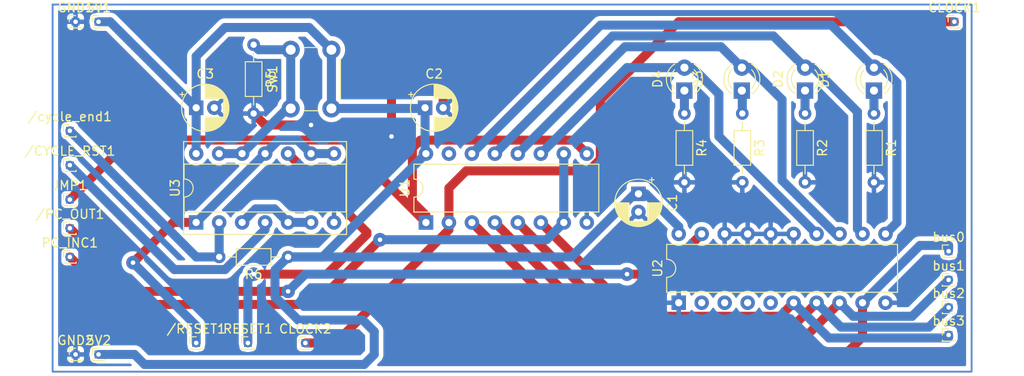
<source format=kicad_pcb>
(kicad_pcb (version 20221018) (generator pcbnew)
  (layers (0 "F.Cu" signal) (31 "B.Cu" signal) (34 "B.Paste" user) (35 "F.Paste" user) (36 "B.SilkS" user "B.Silkscreen") (37 "F.SilkS" user "F.Silkscreen") (38 "B.Mask" user) (39 "F.Mask" user) (44 "Edge.Cuts" user))
  (net 0 "")
  (net 1 "+5V")
  (net 2 "{slash}cycle_end")
  (net 3 "Net-(R5-Pad1)")
  (net 4 "Earth")
  (net 5 "Net-(D4-K)")
  (net 6 "Net-(D3-K)")
  (net 7 "Net-(D2-K)")
  (net 8 "Net-(D1-K)")
  (net 13 "bus3")
  (net 14 "bus2")
  (net 15 "bus1")
  (net 16 "bus0")
  (net 17 "pc_b0")
  (net 18 "pc_b1")
  (net 19 "pc_b2")
  (net 20 "pc_b3")
  (net 21 "{slash}PC_OUT")
  (net 22 "JMP")
  (net 23 "CLOCK")
  (net 24 "PC_INC")
  (net 26 "{slash}RESET")
  (net 27 "Net-(U3-Pad3)")
  (net 28 "{slash}CYCLE_RST")
  (net 29 "RESET")
  (footprint "LED_THT:LED_D3.0mm" (layer "F.Cu") (at 165.735 85.725 90)
    (fp_text reference "D4" (at 1.27 -2.96 90) (layer "F.SilkS"))
    (fp_text value "LED")
    (pad "1" thru_hole rect (at 0 0 90) (size 1.8 1.8) (drill 0.9) (layers "*.Cu" "*.Mask") (net 5 "Net-(D4-K)"))
    (pad "2" thru_hole circle (at 2.54 0 90) (size 1.8 1.8) (drill 0.9) (layers "*.Cu" "*.Mask") (net 20 "pc_b3"))
  )
  (footprint "Connector_PinHeader_1.00mm:PinHeader_1x01_P1.00mm_Vertical" (layer "F.Cu") (at 111.76 113.665)
    (fp_text reference "/RESET1" (at 0 -1.56) (layer "F.SilkS"))
    (fp_text value "Conn_01x01_Female")
    (pad "1" thru_hole rect (at 0 0) (size 0.85 0.85) (drill 0.5) (layers "*.Cu" "*.Mask") (net 26 "{slash}RESET"))
  )
  (footprint "LED_THT:LED_D3.0mm" (layer "F.Cu") (at 172.085 85.725 90)
    (fp_text reference "D3" (at 1.27 -4.865 90) (layer "F.SilkS"))
    (fp_text value "LED")
    (pad "1" thru_hole rect (at 0 0 90) (size 1.8 1.8) (drill 0.9) (layers "*.Cu" "*.Mask") (net 6 "Net-(D3-K)"))
    (pad "2" thru_hole circle (at 2.54 0 90) (size 1.8 1.8) (drill 0.9) (layers "*.Cu" "*.Mask") (net 19 "pc_b2"))
  )
  (footprint "Resistor_THT:R_Axial_DIN0204_L3.6mm_D1.6mm_P7.62mm_Horizontal" (layer "F.Cu") (at 121.92 104.14 180)
    (fp_text reference "R6" (at 3.81 -1.92) (layer "F.SilkS"))
    (fp_text value "10k")
    (pad "1" thru_hole circle (at 0 0 180) (size 1.4 1.4) (drill 0.7) (layers "*.Cu" "*.Mask") (net 1 "+5V"))
    (pad "2" thru_hole oval (at 7.62 0 180) (size 1.4 1.4) (drill 0.7) (layers "*.Cu" "*.Mask") (net 2 "{slash}cycle_end"))
  )
  (footprint "Resistor_THT:R_Axial_DIN0204_L3.6mm_D1.6mm_P7.62mm_Horizontal" (layer "F.Cu") (at 165.735 88.26 -90)
    (fp_text reference "R4" (at 3.81 -1.92 90) (layer "F.SilkS"))
    (fp_text value "470")
    (pad "1" thru_hole circle (at 0 0 270) (size 1.4 1.4) (drill 0.7) (layers "*.Cu" "*.Mask") (net 5 "Net-(D4-K)"))
    (pad "2" thru_hole oval (at 7.62 0 270) (size 1.4 1.4) (drill 0.7) (layers "*.Cu" "*.Mask") (net 4 "Earth"))
  )
  (footprint "Connector_PinHeader_1.00mm:PinHeader_1x01_P1.00mm_Vertical" (layer "F.Cu") (at 97.79 104.14)
    (fp_text reference "PC_INC1" (at 0 -1.56) (layer "F.SilkS"))
    (fp_text value "Conn_01x01_Female")
    (pad "1" thru_hole rect (at 0 0) (size 0.85 0.85) (drill 0.5) (layers "*.Cu" "*.Mask") (net 24 "PC_INC"))
  )
  (footprint "Resistor_THT:R_Axial_DIN0204_L3.6mm_D1.6mm_P7.62mm_Horizontal" (layer "F.Cu") (at 118.11 80.645 -90)
    (fp_text reference "R5" (at 3.81 -1.92 90) (layer "F.SilkS"))
    (fp_text value "10k")
    (pad "1" thru_hole circle (at 0 0 270) (size 1.4 1.4) (drill 0.7) (layers "*.Cu" "*.Mask") (net 3 "Net-(R5-Pad1)"))
    (pad "2" thru_hole oval (at 7.62 0 270) (size 1.4 1.4) (drill 0.7) (layers "*.Cu" "*.Mask") (net 4 "Earth"))
  )
  (footprint "Package_DIP:DIP-14_W7.62mm_Socket" (layer "F.Cu") (at 111.755 100.32 90)
    (fp_text reference "U3" (at 3.81 -2.33 90) (layer "F.SilkS"))
    (fp_text value "4011")
    (pad "1" thru_hole rect (at 0 0 90) (size 1.6 1.6) (drill 0.8) (layers "*.Cu" "*.Mask") (net 26 "{slash}RESET"))
    (pad "2" thru_hole oval (at 0 2.54 90) (size 1.6 1.6) (drill 0.8) (layers "*.Cu" "*.Mask") (net 2 "{slash}cycle_end"))
    (pad "3" thru_hole oval (at 0 5.08 90) (size 1.6 1.6) (drill 0.8) (layers "*.Cu" "*.Mask") (net 27 "Net-(U3-Pad3)"))
    (pad "4" thru_hole oval (at 0 7.62 90) (size 1.6 1.6) (drill 0.8) (layers "*.Cu" "*.Mask") (net 28 "{slash}CYCLE_RST"))
    (pad "5" thru_hole oval (at 0 10.16 90) (size 1.6 1.6) (drill 0.8) (layers "*.Cu" "*.Mask") (net 27 "Net-(U3-Pad3)"))
    (pad "6" thru_hole oval (at 0 12.7 90) (size 1.6 1.6) (drill 0.8) (layers "*.Cu" "*.Mask") (net 27 "Net-(U3-Pad3)"))
    (pad "7" thru_hole oval (at 0 15.24 90) (size 1.6 1.6) (drill 0.8) (layers "*.Cu" "*.Mask") (net 4 "Earth"))
    (pad "8" thru_hole oval (at 7.62 15.24 90) (size 1.6 1.6) (drill 0.8) (layers "*.Cu" "*.Mask") (net 26 "{slash}RESET"))
    (pad "9" thru_hole oval (at 7.62 12.7 90) (size 1.6 1.6) (drill 0.8) (layers "*.Cu" "*.Mask") (net 26 "{slash}RESET"))
    (pad "10" thru_hole oval (at 7.62 10.16 90) (size 1.6 1.6) (drill 0.8) (layers "*.Cu" "*.Mask") (net 29 "RESET"))
    (pad "11" thru_hole oval (at 7.62 7.62 90) (size 1.6 1.6) (drill 0.8) (layers "*.Cu" "*.Mask") (net 26 "{slash}RESET"))
    (pad "12" thru_hole oval (at 7.62 5.08 90) (size 1.6 1.6) (drill 0.8) (layers "*.Cu" "*.Mask") (net 3 "Net-(R5-Pad1)"))
    (pad "13" thru_hole oval (at 7.62 2.54 90) (size 1.6 1.6) (drill 0.8) (layers "*.Cu" "*.Mask") (net 3 "Net-(R5-Pad1)"))
    (pad "14" thru_hole oval (at 7.62 0 90) (size 1.6 1.6) (drill 0.8) (layers "*.Cu" "*.Mask") (net 1 "+5V"))
  )
  (footprint "Connector_PinHeader_1.00mm:PinHeader_1x01_P1.00mm_Vertical" (layer "F.Cu") (at 194.945 103.505)
    (fp_text reference "bus0" (at 0 -1.56) (layer "F.SilkS"))
    (fp_text value "Conn_01x01_Female")
    (pad "1" thru_hole rect (at 0 0) (size 0.85 0.85) (drill 0.5) (layers "*.Cu" "*.Mask") (net 16 "bus0"))
  )
  (footprint "Connector_PinHeader_1.00mm:PinHeader_1x01_P1.00mm_Vertical" (layer "F.Cu") (at 194.945 106.68)
    (fp_text reference "bus1" (at 0 -1.56) (layer "F.SilkS"))
    (fp_text value "Conn_01x01_Female")
    (pad "1" thru_hole rect (at 0 0) (size 0.85 0.85) (drill 0.5) (layers "*.Cu" "*.Mask") (net 15 "bus1"))
  )
  (footprint "Package_DIP:DIP-16_W7.62mm" (layer "F.Cu") (at 137.16 100.33 90)
    (fp_text reference "U1" (at 3.81 -2.33 90) (layer "F.SilkS"))
    (fp_text value "74LS161")
    (pad "1" thru_hole rect (at 0 0 90) (size 1.6 1.6) (drill 0.8) (layers "*.Cu" "*.Mask") (net 22 "JMP"))
    (pad "2" thru_hole oval (at 0 2.54 90) (size 1.6 1.6) (drill 0.8) (layers "*.Cu" "*.Mask") (net 23 "CLOCK"))
    (pad "3" thru_hole oval (at 0 5.08 90) (size 1.6 1.6) (drill 0.8) (layers "*.Cu" "*.Mask") (net 16 "bus0"))
    (pad "4" thru_hole oval (at 0 7.62 90) (size 1.6 1.6) (drill 0.8) (layers "*.Cu" "*.Mask") (net 15 "bus1"))
    (pad "5" thru_hole oval (at 0 10.16 90) (size 1.6 1.6) (drill 0.8) (layers "*.Cu" "*.Mask") (net 14 "bus2"))
    (pad "6" thru_hole oval (at 0 12.7 90) (size 1.6 1.6) (drill 0.8) (layers "*.Cu" "*.Mask") (net 13 "bus3"))
    (pad "7" thru_hole oval (at 0 15.24 90) (size 1.6 1.6) (drill 0.8) (layers "*.Cu" "*.Mask") (net 24 "PC_INC"))
    (pad "8" thru_hole oval (at 0 17.78 90) (size 1.6 1.6) (drill 0.8) (layers "*.Cu" "*.Mask") (net 4 "Earth"))
    (pad "9" thru_hole oval (at 7.62 17.78 90) (size 1.6 1.6) (drill 0.8) (layers "*.Cu" "*.Mask") (net 22 "JMP"))
    (pad "10" thru_hole oval (at 7.62 15.24 90) (size 1.6 1.6) (drill 0.8) (layers "*.Cu" "*.Mask") (net 24 "PC_INC"))
    (pad "11" thru_hole oval (at 7.62 12.7 90) (size 1.6 1.6) (drill 0.8) (layers "*.Cu" "*.Mask") (net 20 "pc_b3"))
    (pad "12" thru_hole oval (at 7.62 10.16 90) (size 1.6 1.6) (drill 0.8) (layers "*.Cu" "*.Mask") (net 19 "pc_b2"))
    (pad "13" thru_hole oval (at 7.62 7.62 90) (size 1.6 1.6) (drill 0.8) (layers "*.Cu" "*.Mask") (net 18 "pc_b1"))
    (pad "14" thru_hole oval (at 7.62 5.08 90) (size 1.6 1.6) (drill 0.8) (layers "*.Cu" "*.Mask") (net 17 "pc_b0"))
    (pad "15" thru_hole oval (at 7.62 2.54 90) (size 1.6 1.6) (drill 0.8) (layers "*.Cu" "*.Mask"))
    (pad "16" thru_hole oval (at 7.62 0 90) (size 1.6 1.6) (drill 0.8) (layers "*.Cu" "*.Mask") (net 1 "+5V"))
  )
  (footprint "Button_Switch_THT:SW_PUSH_6mm_H4.3mm" (layer "F.Cu") (at 122.21 87.705 90)
    (fp_text reference "SW1" (at 3.25 -2 90) (layer "F.SilkS"))
    (fp_text value "BT_RST")
    (pad "1" thru_hole circle (at 0 0 180) (size 2 2) (drill 1.1) (layers "*.Cu" "*.Mask") (net 3 "Net-(R5-Pad1)"))
    (pad "1" thru_hole circle (at 6.5 0 180) (size 2 2) (drill 1.1) (layers "*.Cu" "*.Mask") (net 3 "Net-(R5-Pad1)"))
    (pad "2" thru_hole circle (at 0 4.5 180) (size 2 2) (drill 1.1) (layers "*.Cu" "*.Mask") (net 1 "+5V"))
    (pad "2" thru_hole circle (at 6.5 4.5 180) (size 2 2) (drill 1.1) (layers "*.Cu" "*.Mask") (net 1 "+5V"))
  )
  (footprint "Connector_PinHeader_1.00mm:PinHeader_1x01_P1.00mm_Vertical" (layer "F.Cu") (at 97.79 97.79)
    (fp_text reference "JMP1" (at 0 -1.56) (layer "F.SilkS"))
    (fp_text value "Conn_01x01_Female")
    (pad "1" thru_hole rect (at 0 0) (size 0.85 0.85) (drill 0.5) (layers "*.Cu" "*.Mask") (net 22 "JMP"))
  )
  (footprint "Connector_PinHeader_1.00mm:PinHeader_1x01_P1.00mm_Vertical" (layer "F.Cu") (at 97.79 90.17)
    (fp_text reference "/cycle_end1" (at 0 -1.56) (layer "F.SilkS"))
    (fp_text value "Conn_01x01_Female")
    (pad "1" thru_hole rect (at 0 0) (size 0.85 0.85) (drill 0.5) (layers "*.Cu" "*.Mask") (net 2 "{slash}cycle_end"))
  )
  (footprint "Resistor_THT:R_Axial_DIN0204_L3.6mm_D1.6mm_P7.62mm_Horizontal" (layer "F.Cu") (at 172.135 88.26 -90)
    (fp_text reference "R3" (at 3.81 -1.92 90) (layer "F.SilkS"))
    (fp_text value "470")
    (pad "1" thru_hole circle (at 0 0 270) (size 1.4 1.4) (drill 0.7) (layers "*.Cu" "*.Mask") (net 6 "Net-(D3-K)"))
    (pad "2" thru_hole oval (at 7.62 0 270) (size 1.4 1.4) (drill 0.7) (layers "*.Cu" "*.Mask") (net 4 "Earth"))
  )
  (footprint "LED_THT:LED_D3.0mm" (layer "F.Cu") (at 179.07 85.72 90)
    (fp_text reference "D2" (at 1.27 -2.96 90) (layer "F.SilkS"))
    (fp_text value "LED")
    (pad "1" thru_hole rect (at 0 0 90) (size 1.8 1.8) (drill 0.9) (layers "*.Cu" "*.Mask") (net 7 "Net-(D2-K)"))
    (pad "2" thru_hole circle (at 2.54 0 90) (size 1.8 1.8) (drill 0.9) (layers "*.Cu" "*.Mask") (net 18 "pc_b1"))
  )
  (footprint "Capacitor_THT:CP_Radial_D5.0mm_P2.00mm" (layer "F.Cu") (at 160.655 97.155 -90)
    (fp_text reference "C1" (at 1 -3.75 90) (layer "F.SilkS"))
    (fp_text value "100nF 63V poliester")
    (pad "1" thru_hole rect (at 0 0 270) (size 1.6 1.6) (drill 0.8) (layers "*.Cu" "*.Mask") (net 1 "+5V"))
    (pad "2" thru_hole circle (at 2 0 270) (size 1.6 1.6) (drill 0.8) (layers "*.Cu" "*.Mask") (net 4 "Earth"))
  )
  (footprint "LED_THT:LED_D3.0mm" (layer "F.Cu") (at 186.69 85.725 90)
    (fp_text reference "D1" (at 1.27 -5.5 90) (layer "F.SilkS"))
    (fp_text value "LED")
    (pad "1" thru_hole rect (at 0 0 90) (size 1.8 1.8) (drill 0.9) (layers "*.Cu" "*.Mask") (net 8 "Net-(D1-K)"))
    (pad "2" thru_hole circle (at 2.54 0 90) (size 1.8 1.8) (drill 0.9) (layers "*.Cu" "*.Mask") (net 17 "pc_b0"))
  )
  (footprint "Connector_PinHeader_1.00mm:PinHeader_1x01_P1.00mm_Vertical" (layer "F.Cu") (at 98.425 78.105)
    (fp_text reference "GND1" (at 0 -1.56) (layer "F.SilkS"))
    (fp_text value "Conn_01x01_Female")
    (pad "1" thru_hole rect (at 0 0) (size 0.85 0.85) (drill 0.5) (layers "*.Cu" "*.Mask") (net 4 "Earth"))
  )
  (footprint "Capacitor_THT:CP_Radial_D5.0mm_P2.00mm" (layer "F.Cu") (at 137.065 87.63)
    (fp_text reference "C2" (at 1 -3.75) (layer "F.SilkS"))
    (fp_text value "100nF 63V poliester")
    (pad "1" thru_hole rect (at 0 0) (size 1.6 1.6) (drill 0.8) (layers "*.Cu" "*.Mask") (net 1 "+5V"))
    (pad "2" thru_hole circle (at 2 0) (size 1.6 1.6) (drill 0.8) (layers "*.Cu" "*.Mask") (net 4 "Earth"))
  )
  (footprint "Connector_PinHeader_1.00mm:PinHeader_1x01_P1.00mm_Vertical" (layer "F.Cu") (at 97.79 100.965)
    (fp_text reference "/PC_OUT1" (at 0 -1.56) (layer "F.SilkS"))
    (fp_text value "Conn_01x01_Female")
    (pad "1" thru_hole rect (at 0 0) (size 0.85 0.85) (drill 0.5) (layers "*.Cu" "*.Mask") (net 21 "{slash}PC_OUT"))
  )
  (footprint "Connector_PinHeader_1.00mm:PinHeader_1x01_P1.00mm_Vertical" (layer "F.Cu") (at 194.945 109.73)
    (fp_text reference "bus2" (at 0 -1.56) (layer "F.SilkS"))
    (fp_text value "Conn_01x01_Female")
    (pad "1" thru_hole rect (at 0 0) (size 0.85 0.85) (drill 0.5) (layers "*.Cu" "*.Mask") (net 14 "bus2"))
  )
  (footprint "Connector_PinHeader_1.00mm:PinHeader_1x01_P1.00mm_Vertical" (layer "F.Cu") (at 117.475 113.665)
    (fp_text reference "RESET1" (at 0 -1.56) (layer "F.SilkS"))
    (fp_text value "Conn_01x01_Female")
    (pad "1" thru_hole rect (at 0 0) (size 0.85 0.85) (drill 0.5) (layers "*.Cu" "*.Mask") (net 29 "RESET"))
  )
  (footprint "Connector_PinHeader_1.00mm:PinHeader_1x01_P1.00mm_Vertical" (layer "F.Cu") (at 100.965 78.105)
    (fp_text reference "5V1" (at 0 -1.56) (layer "F.SilkS"))
    (fp_text value "Conn_01x01_Female")
    (pad "1" thru_hole rect (at 0 0) (size 0.85 0.85) (drill 0.5) (layers "*.Cu" "*.Mask") (net 1 "+5V"))
  )
  (footprint "Connector_PinHeader_1.00mm:PinHeader_1x01_P1.00mm_Vertical" (layer "F.Cu") (at 97.79 93.98)
    (fp_text reference "/CYCLE_RST1" (at 0 -1.56) (layer "F.SilkS"))
    (fp_text value "Conn_01x01_Female")
    (pad "1" thru_hole rect (at 0 0) (size 0.85 0.85) (drill 0.5) (layers "*.Cu" "*.Mask") (net 28 "{slash}CYCLE_RST"))
  )
  (footprint "Package_DIP:DIP-20_W7.62mm" (layer "F.Cu") (at 165.105 109.21 90)
    (fp_text reference "U2" (at 3.81 -2.33 90) (layer "F.SilkS"))
    (fp_text value "74LS245")
    (pad "1" thru_hole rect (at 0 0 90) (size 1.6 1.6) (drill 0.8) (layers "*.Cu" "*.Mask") (net 4 "Earth"))
    (pad "2" thru_hole oval (at 0 2.54 90) (size 1.6 1.6) (drill 0.8) (layers "*.Cu" "*.Mask"))
    (pad "3" thru_hole oval (at 0 5.08 90) (size 1.6 1.6) (drill 0.8) (layers "*.Cu" "*.Mask"))
    (pad "4" thru_hole oval (at 0 7.62 90) (size 1.6 1.6) (drill 0.8) (layers "*.Cu" "*.Mask"))
    (pad "5" thru_hole oval (at 0 10.16 90) (size 1.6 1.6) (drill 0.8) (layers "*.Cu" "*.Mask"))
    (pad "6" thru_hole oval (at 0 12.7 90) (size 1.6 1.6) (drill 0.8) (layers "*.Cu" "*.Mask") (net 13 "bus3"))
    (pad "7" thru_hole oval (at 0 15.24 90) (size 1.6 1.6) (drill 0.8) (layers "*.Cu" "*.Mask") (net 14 "bus2"))
    (pad "8" thru_hole oval (at 0 17.78 90) (size 1.6 1.6) (drill 0.8) (layers "*.Cu" "*.Mask") (net 15 "bus1"))
    (pad "9" thru_hole oval (at 0 20.32 90) (size 1.6 1.6) (drill 0.8) (layers "*.Cu" "*.Mask") (net 16 "bus0"))
    (pad "10" thru_hole oval (at 0 22.86 90) (size 1.6 1.6) (drill 0.8) (layers "*.Cu" "*.Mask") (net 4 "Earth"))
    (pad "11" thru_hole oval (at 7.62 22.86 90) (size 1.6 1.6) (drill 0.8) (layers "*.Cu" "*.Mask") (net 17 "pc_b0"))
    (pad "12" thru_hole oval (at 7.62 20.32 90) (size 1.6 1.6) (drill 0.8) (layers "*.Cu" "*.Mask") (net 18 "pc_b1"))
    (pad "13" thru_hole oval (at 7.62 17.78 90) (size 1.6 1.6) (drill 0.8) (layers "*.Cu" "*.Mask") (net 19 "pc_b2"))
    (pad "14" thru_hole oval (at 7.62 15.24 90) (size 1.6 1.6) (drill 0.8) (layers "*.Cu" "*.Mask") (net 20 "pc_b3"))
    (pad "15" thru_hole oval (at 7.62 12.7 90) (size 1.6 1.6) (drill 0.8) (layers "*.Cu" "*.Mask") (net 4 "Earth"))
    (pad "16" thru_hole oval (at 7.62 10.16 90) (size 1.6 1.6) (drill 0.8) (layers "*.Cu" "*.Mask") (net 4 "Earth"))
    (pad "17" thru_hole oval (at 7.62 7.62 90) (size 1.6 1.6) (drill 0.8) (layers "*.Cu" "*.Mask") (net 4 "Earth"))
    (pad "18" thru_hole oval (at 7.62 5.08 90) (size 1.6 1.6) (drill 0.8) (layers "*.Cu" "*.Mask") (net 4 "Earth"))
    (pad "19" thru_hole oval (at 7.62 2.54 90) (size 1.6 1.6) (drill 0.8) (layers "*.Cu" "*.Mask") (net 21 "{slash}PC_OUT"))
    (pad "20" thru_hole oval (at 7.62 0 90) (size 1.6 1.6) (drill 0.8) (layers "*.Cu" "*.Mask") (net 1 "+5V"))
  )
  (footprint "Connector_PinHeader_1.00mm:PinHeader_1x01_P1.00mm_Vertical" (layer "F.Cu") (at 123.825 113.665)
    (fp_text reference "CLOCK2" (at 0 -1.56) (layer "F.SilkS"))
    (fp_text value "Conn_01x01_Female")
    (pad "1" thru_hole rect (at 0 0) (size 0.85 0.85) (drill 0.5) (layers "*.Cu" "*.Mask") (net 23 "CLOCK"))
  )
  (footprint "Connector_PinHeader_1.00mm:PinHeader_1x01_P1.00mm_Vertical" (layer "F.Cu") (at 195.58 78.105)
    (fp_text reference "CLOCK1" (at 0 -1.56) (layer "F.SilkS"))
    (fp_text value "Conn_01x01_Female")
    (pad "1" thru_hole rect (at 0 0) (size 0.85 0.85) (drill 0.5) (layers "*.Cu" "*.Mask") (net 23 "CLOCK"))
  )
  (footprint "Connector_PinHeader_1.00mm:PinHeader_1x01_P1.00mm_Vertical" (layer "F.Cu") (at 194.945 112.78)
    (fp_text reference "bus3" (at 0 -1.56) (layer "F.SilkS"))
    (fp_text value "Conn_01x01_Female")
    (pad "1" thru_hole rect (at 0 0) (size 0.85 0.85) (drill 0.5) (layers "*.Cu" "*.Mask") (net 13 "bus3"))
  )
  (footprint "Resistor_THT:R_Axial_DIN0204_L3.6mm_D1.6mm_P7.62mm_Horizontal" (layer "F.Cu") (at 186.69 88.26 -90)
    (fp_text reference "R1" (at 3.81 -1.92 90) (layer "F.SilkS"))
    (fp_text value "470")
    (pad "1" thru_hole circle (at 0 0 270) (size 1.4 1.4) (drill 0.7) (layers "*.Cu" "*.Mask") (net 8 "Net-(D1-K)"))
    (pad "2" thru_hole oval (at 7.62 0 270) (size 1.4 1.4) (drill 0.7) (layers "*.Cu" "*.Mask") (net 4 "Earth"))
  )
  (footprint "Connector_PinHeader_1.00mm:PinHeader_1x01_P1.00mm_Vertical" (layer "F.Cu") (at 100.965 114.935)
    (fp_text reference "5V2" (at 0 -1.56) (layer "F.SilkS"))
    (fp_text value "Conn_01x01_Female")
    (pad "1" thru_hole rect (at 0 0) (size 0.85 0.85) (drill 0.5) (layers "*.Cu" "*.Mask") (net 1 "+5V"))
  )
  (footprint "Capacitor_THT:CP_Radial_D5.0mm_P2.00mm" (layer "F.Cu") (at 111.76 87.63)
    (fp_text reference "C3" (at 1 -3.75) (layer "F.SilkS"))
    (fp_text value "100nF 63V poliester")
    (pad "1" thru_hole rect (at 0 0) (size 1.6 1.6) (drill 0.8) (layers "*.Cu" "*.Mask") (net 1 "+5V"))
    (pad "2" thru_hole circle (at 2 0) (size 1.6 1.6) (drill 0.8) (layers "*.Cu" "*.Mask") (net 4 "Earth"))
  )
  (footprint "Resistor_THT:R_Axial_DIN0204_L3.6mm_D1.6mm_P7.62mm_Horizontal" (layer "F.Cu") (at 179.07 88.26 -90)
    (fp_text reference "R2" (at 3.81 -1.92 90) (layer "F.SilkS"))
    (fp_text value "470")
    (pad "1" thru_hole circle (at 0 0 270) (size 1.4 1.4) (drill 0.7) (layers "*.Cu" "*.Mask") (net 7 "Net-(D2-K)"))
    (pad "2" thru_hole oval (at 7.62 0 270) (size 1.4 1.4) (drill 0.7) (layers "*.Cu" "*.Mask") (net 4 "Earth"))
  )
  (footprint "Connector_PinHeader_1.00mm:PinHeader_1x01_P1.00mm_Vertical" (layer "F.Cu") (at 98.425 114.935)
    (fp_text reference "GND2" (at 0 -1.56) (layer "F.SilkS"))
    (fp_text value "Conn_01x01_Female")
    (pad "1" thru_hole rect (at 0 0) (size 0.85 0.85) (drill 0.5) (layers "*.Cu" "*.Mask") (net 4 "Earth"))
  )
  (gr_rect (start 95.885 76.2) (end 197.485 116.84) (stroke (width 0.2)) (fill none) (layer "B.Cu"))
  (segment (start 160.655 97.155) (end 160.229208 97.155) (width 1) (layer "B.Cu") (net 1))
  (segment (start 165.105 100.79) (end 161.47 97.155) (width 1) (layer "B.Cu") (net 1))
  (segment (start 137.065 92.615) (end 137.16 92.71) (width 1) (layer "B.Cu") (net 1))
  (segment (start 130.175 111.125) (end 123.04439 111.125) (width 1) (layer "B.Cu") (net 1))
  (segment (start 111.755 92.7) (end 111.755 87.635) (width 1) (layer "B.Cu") (net 1))
  (segment (start 131.445 112.395) (end 130.175 111.125) (width 1) (layer "B.Cu") (net 1))
  (segment (start 153.244208 104.14) (end 121.92 104.14) (width 1) (layer "B.Cu") (net 1))
  (segment (start 100.965 114.935) (end 104.94 114.935) (width 1) (layer "B.Cu") (net 1))
  (segment (start 161.47 97.155) (end 160.655 97.155) (width 1) (layer "B.Cu") (net 1))
  (segment (start 102.235 78.105) (end 111.76 87.63) (width 1) (layer "B.Cu") (net 1))
  (segment (start 100.965 78.105) (end 102.235 78.105) (width 1) (layer "B.Cu") (net 1))
  (segment (start 111.76 87.63) (end 111.76 81.915) (width 1) (layer "B.Cu") (net 1))
  (segment (start 120.47 108.55061) (end 120.47 105.59) (width 1) (layer "B.Cu") (net 1))
  (segment (start 165.105 101.59) (end 165.105 100.79) (width 1) (layer "B.Cu") (net 1))
  (segment (start 130.34 116.04) (end 131.445 114.935) (width 1) (layer "B.Cu") (net 1))
  (segment (start 126.71 87.705) (end 136.99 87.705) (width 1) (layer "B.Cu") (net 1))
  (segment (start 111.76 81.915) (end 114.935 78.74) (width 1) (layer "B.Cu") (net 1))
  (segment (start 124.245 78.74) (end 126.71 81.205) (width 1) (layer "B.Cu") (net 1))
  (segment (start 111.755 87.635) (end 111.76 87.63) (width 1) (layer "B.Cu") (net 1))
  (segment (start 104.94 114.935) (end 106.045 116.04) (width 1) (layer "B.Cu") (net 1))
  (segment (start 125.73 104.14) (end 137.16 92.71) (width 1) (layer "B.Cu") (net 1))
  (segment (start 136.99 87.705) (end 137.065 87.63) (width 1) (layer "B.Cu") (net 1))
  (segment (start 120.47 105.59) (end 121.92 104.14) (width 1) (layer "B.Cu") (net 1))
  (segment (start 126.71 87.705) (end 126.71 81.205) (width 1) (layer "B.Cu") (net 1))
  (segment (start 114.935 78.74) (end 124.245 78.74) (width 1) (layer "B.Cu") (net 1))
  (segment (start 121.92 104.14) (end 125.73 104.14) (width 1) (layer "B.Cu") (net 1))
  (segment (start 123.04439 111.125) (end 120.47 108.55061) (width 1) (layer "B.Cu") (net 1))
  (segment (start 137.065 87.63) (end 137.065 92.615) (width 1) (layer "B.Cu") (net 1))
  (segment (start 106.045 116.04) (end 130.34 116.04) (width 1) (layer "B.Cu") (net 1))
  (segment (start 160.229208 97.155) (end 153.244208 104.14) (width 1) (layer "B.Cu") (net 1))
  (segment (start 131.445 114.935) (end 131.445 112.395) (width 1) (layer "B.Cu") (net 1))
  (segment (start 114.3 104.14) (end 114.3 100.325) (width 1) (layer "B.Cu") (net 2))
  (segment (start 114.295 104.135) (end 114.3 104.14) (width 1) (layer "B.Cu") (net 2))
  (segment (start 97.79 90.17) (end 111.76 104.14) (width 1) (layer "B.Cu") (net 2))
  (segment (start 111.76 104.14) (end 114.3 104.14) (width 1) (layer "B.Cu") (net 2))
  (segment (start 114.3 100.325) (end 114.295 100.32) (width 1) (layer "B.Cu") (net 2))
  (segment (start 118.67 81.205) (end 118.11 80.645) (width 1) (layer "B.Cu") (net 3))
  (segment (start 116.835 92.7) (end 114.295 92.7) (width 1) (layer "B.Cu") (net 3))
  (segment (start 122.21 81.205) (end 118.67 81.205) (width 1) (layer "B.Cu") (net 3))
  (segment (start 122.21 87.705) (end 121.83 87.705) (width 1) (layer "B.Cu") (net 3))
  (segment (start 121.83 87.705) (end 116.835 92.7) (width 1) (layer "B.Cu") (net 3))
  (segment (start 122.21 81.205) (end 122.21 87.705) (width 1) (layer "B.Cu") (net 3))
  (segment (start 139.065 85.09) (end 139.065 87.63) (width 1) (layer "F.Cu") (net 4))
  (segment (start 133.35 90.805) (end 133.35 85.725) (width 1) (layer "F.Cu") (net 4))
  (segment (start 133.35 85.725) (end 136.525 82.55) (width 1) (layer "F.Cu") (net 4))
  (segment (start 119.38 89.535) (end 118.11 88.265) (width 1) (layer "F.Cu") (net 4))
  (segment (start 124.46 89.535) (end 119.38 89.535) (width 1) (layer "F.Cu") (net 4))
  (segment (start 136.525 82.55) (end 139.065 85.09) (width 1) (layer "F.Cu") (net 4))
  (via (at 133.35 90.805) (size 1.5) (drill 0.5) (layers "F.Cu" "B.Cu") (net 4))
  (via (at 124.46 89.535) (size 1.5) (drill 0.5) (layers "F.Cu" "B.Cu") (net 4))
  (segment (start 165.735 88.26) (end 165.735 85.725) (width 1) (layer "B.Cu") (net 5))
  (segment (start 172.135 88.26) (end 172.135 85.775) (width 1) (layer "B.Cu") (net 6))
  (segment (start 172.135 85.775) (end 172.085 85.725) (width 1) (layer "B.Cu") (net 6))
  (segment (start 179.07 88.26) (end 179.07 85.72) (width 1) (layer "B.Cu") (net 7))
  (segment (start 186.69 88.26) (end 186.69 85.725) (width 1) (layer "B.Cu") (net 8))
  (segment (start 160.24 110.71) (end 176.305 110.71) (width 1) (layer "F.Cu") (net 13))
  (segment (start 176.305 110.71) (end 177.805 109.21) (width 1) (layer "F.Cu") (net 13))
  (segment (start 149.86 100.33) (end 160.24 110.71) (width 1) (layer "F.Cu") (net 13))
  (segment (start 194.945 112.78) (end 194.945 113.03) (width 1) (layer "B.Cu") (net 13))
  (segment (start 194.865 113.11) (end 181.705 113.11) (width 1) (layer "B.Cu") (net 13))
  (segment (start 194.945 113.03) (end 194.865 113.11) (width 1) (layer "B.Cu") (net 13))
  (segment (start 181.705 113.11) (end 177.805 109.21) (width 1) (layer "B.Cu") (net 13))
  (segment (start 177.02 112.535) (end 159.525 112.535) (width 1) (layer "F.Cu") (net 14))
  (segment (start 159.525 112.535) (end 147.32 100.33) (width 1) (layer "F.Cu") (net 14))
  (segment (start 180.345 109.21) (end 177.02 112.535) (width 1) (layer "F.Cu") (net 14))
  (segment (start 192.765 111.91) (end 183.045 111.91) (width 1) (layer "B.Cu") (net 14))
  (segment (start 194.945 109.73) (end 192.765 111.91) (width 1) (layer "B.Cu") (net 14))
  (segment (start 183.045 111.91) (end 180.345 109.21) (width 1) (layer "B.Cu") (net 14))
  (segment (start 178.36 113.735) (end 158.185 113.735) (width 1) (layer "F.Cu") (net 15))
  (segment (start 182.885 109.21) (end 178.36 113.735) (width 1) (layer "F.Cu") (net 15))
  (segment (start 158.185 113.735) (end 144.78 100.33) (width 1) (layer "F.Cu") (net 15))
  (segment (start 194.945 106.68) (end 190.915 110.71) (width 1) (layer "B.Cu") (net 15))
  (segment (start 184.385 110.71) (end 182.885 109.21) (width 1) (layer "B.Cu") (net 15))
  (segment (start 190.915 110.71) (end 184.385 110.71) (width 1) (layer "B.Cu") (net 15))
  (segment (start 156.845 114.935) (end 142.24 100.33) (width 1) (layer "F.Cu") (net 16))
  (segment (start 185.425 113.025) (end 183.515 114.935) (width 1) (layer "F.Cu") (net 16))
  (segment (start 183.515 114.935) (end 156.845 114.935) (width 1) (layer "F.Cu") (net 16))
  (segment (start 185.425 109.21) (end 185.425 109.215) (width 1) (layer "F.Cu") (net 16))
  (segment (start 185.425 109.215) (end 185.42 109.22) (width 1) (layer "F.Cu") (net 16))
  (segment (start 185.425 109.21) (end 185.425 113.025) (width 1) (layer "F.Cu") (net 16))
  (segment (start 194.945 102.87) (end 191.765 102.87) (width 1) (layer "B.Cu") (net 16))
  (segment (start 194.945 103.505) (end 194.945 102.87) (width 1) (layer "B.Cu") (net 16))
  (segment (start 191.765 102.87) (end 185.425 109.21) (width 1) (layer "B.Cu") (net 16))
  (segment (start 186.69 83.185) (end 181.98 78.475) (width 1) (layer "B.Cu") (net 17))
  (segment (start 156.475 78.475) (end 142.24 92.71) (width 1) (layer "B.Cu") (net 17))
  (segment (start 186.69 83.185) (end 187.59 83.185) (width 1) (layer "B.Cu") (net 17))
  (segment (start 187.59 83.185) (end 189.23 84.825) (width 1) (layer "B.Cu") (net 17))
  (segment (start 189.23 100.325) (end 187.965 101.59) (width 1) (layer "B.Cu") (net 17))
  (segment (start 181.98 78.475) (end 156.475 78.475) (width 1) (layer "B.Cu") (net 17))
  (segment (start 189.23 84.825) (end 189.23 100.325) (width 1) (layer "B.Cu") (net 17))
  (segment (start 184.862871 88.072871) (end 184.862871 101.027871) (width 1) (layer "B.Cu") (net 18))
  (segment (start 179.07 83.18) (end 175.565 79.675) (width 1) (layer "B.Cu") (net 18))
  (segment (start 179.07 83.18) (end 179.97 83.18) (width 1) (layer "B.Cu") (net 18))
  (segment (start 179.97 83.18) (end 184.862871 88.072871) (width 1) (layer "B.Cu") (net 18))
  (segment (start 184.862871 101.027871) (end 185.425 101.59) (width 1) (layer "B.Cu") (net 18))
  (segment (start 175.565 79.675) (end 157.815 79.675) (width 1) (layer "B.Cu") (net 18))
  (segment (start 157.815 79.675) (end 144.78 92.71) (width 1) (layer "B.Cu") (net 18))
  (segment (start 172.985 83.185) (end 176.53 86.73) (width 1) (layer "B.Cu") (net 19))
  (segment (start 176.53 95.660792) (end 182.459208 101.59) (width 1) (layer "B.Cu") (net 19))
  (segment (start 172.085 83.185) (end 172.985 83.185) (width 1) (layer "B.Cu") (net 19))
  (segment (start 172.085 83.185) (end 169.775 80.875) (width 1) (layer "B.Cu") (net 19))
  (segment (start 182.459208 101.59) (end 182.885 101.59) (width 1) (layer "B.Cu") (net 19))
  (segment (start 169.775 80.875) (end 159.155 80.875) (width 1) (layer "B.Cu") (net 19))
  (segment (start 176.53 86.73) (end 176.53 95.660792) (width 1) (layer "B.Cu") (net 19))
  (segment (start 159.155 80.875) (end 147.32 92.71) (width 1) (layer "B.Cu") (net 19))
  (segment (start 169.545 86.095) (end 169.545 90.79) (width 1) (layer "B.Cu") (net 20))
  (segment (start 165.735 83.185) (end 166.635 83.185) (width 1) (layer "B.Cu") (net 20))
  (segment (start 159.385 83.185) (end 149.86 92.71) (width 1) (layer "B.Cu") (net 20))
  (segment (start 166.635 83.185) (end 169.545 86.095) (width 1) (layer "B.Cu") (net 20))
  (segment (start 169.545 90.79) (end 180.345 101.59) (width 1) (layer "B.Cu") (net 20))
  (segment (start 165.735 83.185) (end 159.385 83.185) (width 1) (layer "B.Cu") (net 20))
  (segment (start 167.645 101.59) (end 163.19 106.045) (width 1) (layer "F.Cu") (net 21))
  (segment (start 104.775 107.95) (end 97.79 100.965) (width 1) (layer "F.Cu") (net 21))
  (segment (start 121.92 107.95) (end 104.775 107.95) (width 1) (layer "F.Cu") (net 21))
  (segment (start 163.19 106.045) (end 159.385 106.045) (width 1) (layer "F.Cu") (net 21))
  (via (at 159.385 106.045) (size 1.5) (drill 0.5) (layers "F.Cu" "B.Cu") (net 21))
  (via (at 121.92 107.95) (size 1.5) (drill 0.5) (layers "F.Cu" "B.Cu") (net 21))
  (segment (start 159.385 106.045) (end 123.825 106.045) (width 1) (layer "B.Cu") (net 21))
  (segment (start 123.825 106.045) (end 121.92 107.95) (width 1) (layer "B.Cu") (net 21))
  (segment (start 136.545792 91.21) (end 153.44 91.21) (width 1) (layer "F.Cu") (net 22))
  (segment (start 104.38 91.2) (end 97.79 97.79) (width 1) (layer "F.Cu") (net 22))
  (segment (start 137.16 100.33) (end 128.03 91.2) (width 1) (layer "F.Cu") (net 22))
  (segment (start 137.16 99.53) (end 135.66 98.03) (width 1) (layer "F.Cu") (net 22))
  (segment (start 153.44 91.21) (end 154.94 92.71) (width 1) (layer "F.Cu") (net 22))
  (segment (start 137.16 100.33) (end 137.16 99.53) (width 1) (layer "F.Cu") (net 22))
  (segment (start 135.66 92.095792) (end 136.545792 91.21) (width 1) (layer "F.Cu") (net 22))
  (segment (start 128.03 91.2) (end 104.38 91.2) (width 1) (layer "F.Cu") (net 22))
  (segment (start 135.66 98.03) (end 135.66 92.095792) (width 1) (layer "F.Cu") (net 22))
  (segment (start 141.605 94.615) (end 139.7 96.52) (width 1) (layer "F.Cu") (net 23))
  (segment (start 139.7 96.52) (end 139.7 100.33) (width 1) (layer "F.Cu") (net 23))
  (segment (start 156.44 93.324208) (end 155.149208 94.615) (width 1) (layer "F.Cu") (net 23))
  (segment (start 127.165 113.665) (end 139.7 101.13) (width 1) (layer "F.Cu") (net 23))
  (segment (start 156.44 86.765) (end 156.44 93.324208) (width 1) (layer "F.Cu") (net 23))
  (segment (start 165.1 78.105) (end 156.44 86.765) (width 1) (layer "F.Cu") (net 23))
  (segment (start 195.58 78.105) (end 165.1 78.105) (width 1) (layer "F.Cu") (net 23))
  (segment (start 123.825 113.665) (end 127.165 113.665) (width 1) (layer "F.Cu") (net 23))
  (segment (start 139.7 101.13) (end 139.7 100.33) (width 1) (layer "F.Cu") (net 23))
  (segment (start 155.149208 94.615) (end 141.605 94.615) (width 1) (layer "F.Cu") (net 23))
  (segment (start 132.08 102.235) (end 124.915 109.4) (width 1) (layer "F.Cu") (net 24))
  (segment (start 103.05 109.4) (end 97.79 104.14) (width 1) (layer "F.Cu") (net 24))
  (segment (start 124.915 109.4) (end 103.05 109.4) (width 1) (layer "F.Cu") (net 24))
  (via (at 132.08 102.235) (size 1.5) (drill 0.5) (layers "F.Cu" "B.Cu") (net 24))
  (segment (start 152.4 100.33) (end 150.495 102.235) (width 1) (layer "B.Cu") (net 24))
  (segment (start 152.4 100.33) (end 152.4 92.71) (width 1) (layer "B.Cu") (net 24))
  (segment (start 150.495 102.235) (end 132.08 102.235) (width 1) (layer "B.Cu") (net 24))
  (segment (start 109.23 100.32) (end 104.775 104.775) (width 1) (layer "F.Cu") (net 26))
  (segment (start 111.755 100.32) (end 109.23 100.32) (width 1) (layer "F.Cu") (net 26))
  (via (at 104.775 104.775) (size 1.5) (drill 0.5) (layers "F.Cu" "B.Cu") (net 26))
  (segment (start 120.875 91.2) (end 122.955 91.2) (width 1) (layer "B.Cu") (net 26))
  (segment (start 119.375 92.7) (end 120.875 91.2) (width 1) (layer "B.Cu") (net 26))
  (segment (start 122.955 91.2) (end 124.455 92.7) (width 1) (layer "B.Cu") (net 26))
  (segment (start 124.455 92.7) (end 126.995 92.7) (width 1) (layer "B.Cu") (net 26))
  (segment (start 119.375 92.7) (end 111.755 100.32) (width 1) (layer "B.Cu") (net 26))
  (segment (start 111.76 113.665) (end 111.76 111.76) (width 1) (layer "B.Cu") (net 26))
  (segment (start 111.76 111.76) (end 104.775 104.775) (width 1) (layer "B.Cu") (net 26))
  (segment (start 118.335 98.82) (end 120.415 98.82) (width 1) (layer "B.Cu") (net 27))
  (segment (start 120.415 98.82) (end 121.915 100.32) (width 1) (layer "B.Cu") (net 27))
  (segment (start 116.835 100.32) (end 118.335 98.82) (width 1) (layer "B.Cu") (net 27))
  (segment (start 121.915 100.32) (end 124.455 100.32) (width 1) (layer "B.Cu") (net 27))
  (segment (start 109.344896 105.534896) (end 97.79 93.98) (width 1) (layer "B.Cu") (net 28))
  (segment (start 119.375 100.32) (end 119.375 101.12) (width 1) (layer "B.Cu") (net 28))
  (segment (start 114.960104 105.534896) (end 109.344896 105.534896) (width 1) (layer "B.Cu") (net 28))
  (segment (start 119.375 101.12) (end 114.960104 105.534896) (width 1) (layer "B.Cu") (net 28))
  (segment (start 126.21939 106.045) (end 130.63 101.63439) (width 1) (layer "F.Cu") (net 29))
  (segment (start 118.11 106.045) (end 126.21939 106.045) (width 1) (layer "F.Cu") (net 29))
  (segment (start 130.63 101.63439) (end 130.63 101.415) (width 1) (layer "F.Cu") (net 29))
  (segment (start 130.63 101.415) (end 121.915 92.7) (width 1) (layer "F.Cu") (net 29))
  (via (at 118.11 106.045) (size 1.5) (drill 0.5) (layers "F.Cu" "B.Cu") (net 29))
  (segment (start 117.475 106.68) (end 118.11 106.045) (width 1) (layer "B.Cu") (net 29))
  (segment (start 117.475 113.665) (end 117.475 106.68) (width 1) (layer "B.Cu") (net 29))
  (zone (net 4) (net_name "Earth") (layer "B.Cu") (connect_pads (clearance 0.508)) (min_thickness 0.25) (fill yes (thermal_gap 0.5) (thermal_bridge_width 0.5))
    (polygon (pts (xy 95.885 76.2) (xy 197.485 76.2) (xy 197.485 116.84) (xy 95.885 116.84)))
  )
)
</source>
